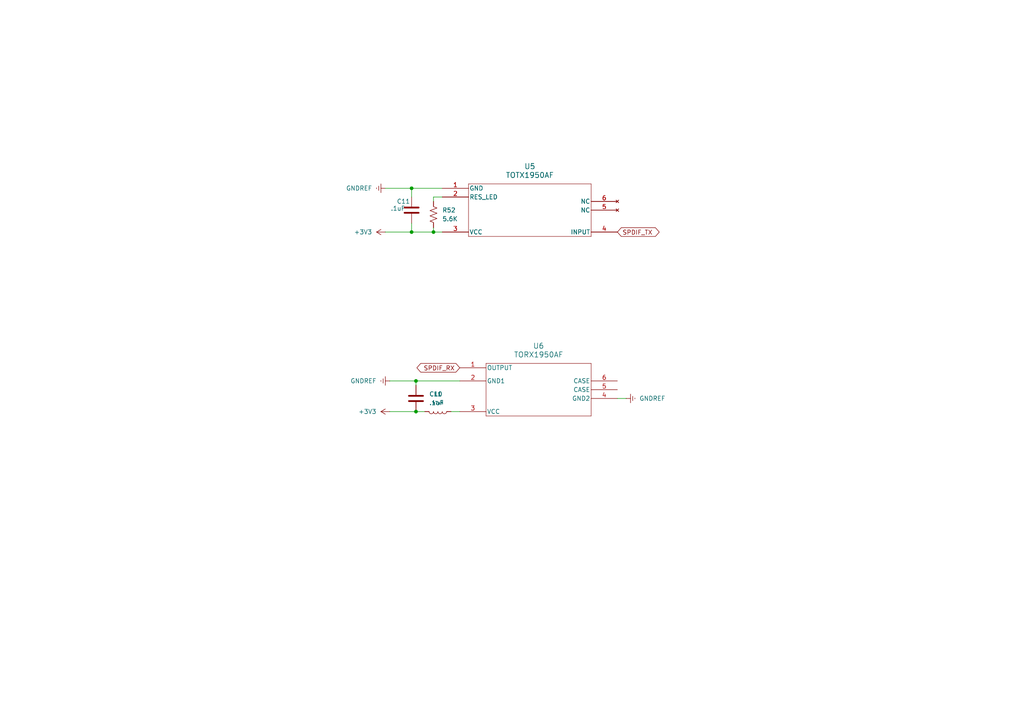
<source format=kicad_sch>
(kicad_sch (version 20231120) (generator "eeschema") (generator_version "8.0")
  (paper "A4")
  (lib_symbols
    (symbol "Device:C" (pin_numbers hide) (pin_names (offset 0.254))
      (property "Reference" "C" (at 0.635 2.54 0))
      (property "Value" "C" (at 0.635 -2.54 0))
      (symbol "C_0_1"
        (polyline (pts (xy -2.032 -0.762) (xy 2.032 -0.762)) (stroke (width 0.508)))
        (polyline (pts (xy -2.032 0.762) (xy 2.032 0.762)) (stroke (width 0.508)))
      )
      (symbol "C_1_1"
        (pin passive line (at 0 3.81 270) (length 2.794) (name "~") (number "1"))
        (pin passive line (at 0 -3.81 90) (length 2.794) (name "~") (number "2"))
      )
    )
    (symbol "Device:R_US" (pin_numbers hide) (pin_names (offset 0))
      (property "Reference" "R" (at 2.54 0 90))
      (property "Value" "R_US" (at -2.54 0 90))
      (symbol "R_US_0_1"
        (polyline (pts (xy 0 -2.286) (xy 0 -2.54)))
        (polyline (pts (xy 0 2.286) (xy 0 2.54)))
        (polyline (pts (xy 0 -0.762) (xy 1.016 -1.143) (xy 0 -1.524) (xy -1.016 -1.905) (xy 0 -2.286)))
        (polyline (pts (xy 0 0.762) (xy 1.016 0.381) (xy 0 0) (xy -1.016 -0.381) (xy 0 -0.762)))
        (polyline (pts (xy 0 2.286) (xy 1.016 1.905) (xy 0 1.524) (xy -1.016 1.143) (xy 0 0.762)))
      )
      (symbol "R_US_1_1"
        (pin passive line (at 0 3.81 270) (length 1.27) (name "~") (number "1"))
        (pin passive line (at 0 -3.81 90) (length 1.27) (name "~") (number "2"))
      )
    )
    (symbol "JLCPCB-Inductors:22uH,5mA" (pin_numbers hide) (pin_names (offset 0))
      (property "Reference" "L" (at 1.2673 0.834 0))
      (property "Value" "22uH,5mA" (at 1.2673 -1.2122 0))
      (symbol "22uH,5mA_0_1"
        (arc (start 0 -2.54) (mid 0.6323 -1.905) (end 0 -1.27))
        (arc (start 0 -1.27) (mid 0.6323 -0.635) (end 0 0))
        (arc (start 0 0) (mid 0.6323 0.635) (end 0 1.27))
        (arc (start 0 1.27) (mid 0.6323 1.905) (end 0 2.54))
      )
      (symbol "22uH,5mA_1_1"
        (pin passive line (at 0 3.81 270) (length 1.27) (name "~") (number "1"))
        (pin passive line (at 0 -3.81 90) (length 1.27) (name "~") (number "2"))
      )
    )
    (symbol "TORX1950A:TORX1950AF" (pin_names (offset 0.254))
      (property "Reference" "U6" (at 22.86 10.16 0))
      (property "Value" "TORX1950AF" (at 22.86 7.62 0))
      (symbol "TORX1950AF_0_1"
        (polyline (pts (xy 7.62 -10.16) (xy 38.1 -10.16)) (stroke (width 0.127)))
        (polyline (pts (xy 7.62 5.08) (xy 7.62 -10.16)) (stroke (width 0.127)))
        (polyline (pts (xy 38.1 -10.16) (xy 38.1 5.08)) (stroke (width 0.127)))
        (polyline (pts (xy 38.1 5.08) (xy 7.62 5.08)) (stroke (width 0.127)))
        (pin output line (at 0 3.81 0) (length 7.62) (name "OUTPUT") (number "1"))
        (pin power_out line (at 0 0 0) (length 7.62) (name "GND1") (number "2"))
        (pin power_in line (at 0 -8.89 0) (length 7.62) (name "VCC") (number "3"))
        (pin power_out line (at 45.72 -5.08 180) (length 7.62) (name "GND2") (number "4"))
        (pin power_out line (at 45.72 -2.54 180) (length 7.62) (name "CASE") (number "5"))
        (pin power_out line (at 45.72 0 180) (length 7.62) (name "CASE") (number "6"))
      )
    )
    (symbol "TOTX1950A:TOTX1950AF" (pin_names (offset 0.254))
      (property "Reference" "U5" (at 25.4 10.16 0))
      (property "Value" "TOTX1950AF" (at 25.4 7.62 0))
      (symbol "TOTX1950AF_0_1"
        (polyline (pts (xy 7.62 -10.16) (xy 43.18 -10.16)) (stroke (width 0.127)))
        (polyline (pts (xy 7.62 5.08) (xy 7.62 -10.16)) (stroke (width 0.127)))
        (polyline (pts (xy 43.18 -10.16) (xy 43.18 5.08)) (stroke (width 0.127)))
        (polyline (pts (xy 43.18 5.08) (xy 7.62 5.08)) (stroke (width 0.127)))
        (pin power_out line (at 0 3.81 0) (length 7.62) (name "GND") (number "1"))
        (pin unspecified line (at 0 1.27 0) (length 7.62) (name "RES_LED") (number "2"))
        (pin power_in line (at 0 -8.89 0) (length 7.62) (name "VCC") (number "3"))
        (pin input line (at 50.8 -8.89 180) (length 7.62) (name "INPUT") (number "4"))
        (pin no_connect line (at 50.8 -2.54 180) (length 7.62) (name "NC") (number "5"))
        (pin no_connect line (at 50.8 0 180) (length 7.62) (name "NC") (number "6"))
      )
    )
    (symbol "power:+3V3" (power) (pin_numbers hide) (pin_names (offset 0) hide)
      (property "Value" "+3V3" (at 0 3.556 0))
      (symbol "+3V3_0_1"
        (polyline (pts (xy -0.762 1.27) (xy 0 2.54)))
        (polyline (pts (xy 0 0) (xy 0 2.54)))
        (polyline (pts (xy 0 2.54) (xy 0.762 1.27)))
      )
      (symbol "+3V3_1_1"
        (pin power_in line (at 0 0 90) (length 0) (name "~") (number "1"))
      )
    )
    (symbol "power:GNDREF" (power) (pin_numbers hide) (pin_names (offset 0) hide)
      (property "Value" "GNDREF" (at 0 -3.81 0))
      (symbol "GNDREF_0_1"
        (polyline (pts (xy -0.635 -1.905) (xy 0.635 -1.905)))
        (polyline (pts (xy -0.127 -2.54) (xy 0.127 -2.54)))
        (polyline (pts (xy 0 -1.27) (xy 0 0)))
        (polyline (pts (xy 1.27 -1.27) (xy -1.27 -1.27)))
      )
      (symbol "GNDREF_1_1"
        (pin power_in line (at 0 0 270) (length 0) (name "~") (number "1"))
      )
    )
  )
  (junction (at 119.38 67.31))
  (junction (at 120.65 119.38))
  (junction (at 119.38 54.61))
  (junction (at 125.73 67.31))
  (junction (at 120.65 110.49))
  (wire (pts (xy 128.27 67.31) (xy 125.73 67.31)))
  (wire (pts (xy 120.65 119.38) (xy 123.19 119.38)))
  (wire (pts (xy 128.27 57.15) (xy 125.73 57.15)))
  (wire (pts (xy 119.38 54.61) (xy 119.38 57.15)))
  (wire (pts (xy 128.27 54.61) (xy 119.38 54.61)))
  (wire (pts (xy 111.76 67.31) (xy 119.38 67.31)))
  (wire (pts (xy 125.73 66.04) (xy 125.73 67.31)))
  (wire (pts (xy 111.76 54.61) (xy 119.38 54.61)))
  (wire (pts (xy 113.03 110.49) (xy 120.65 110.49)))
  (wire (pts (xy 130.81 119.38) (xy 133.35 119.38)))
  (wire (pts (xy 125.73 67.31) (xy 119.38 67.31)))
  (wire (pts (xy 179.07 115.57) (xy 181.61 115.57)))
  (wire (pts (xy 113.03 119.38) (xy 120.65 119.38)))
  (wire (pts (xy 120.65 111.76) (xy 120.65 110.49)))
  (wire (pts (xy 120.65 110.49) (xy 133.35 110.49)))
  (wire (pts (xy 119.38 67.31) (xy 119.38 64.77)))
  (wire (pts (xy 125.73 57.15) (xy 125.73 58.42)))
  (global_label "SPDIF_RX" (shape bidirectional) (at 133.35 106.68 180) (property "Intersheetrefs" "${INTERSHEET_REFS}" (effects (hide yes))))
  (global_label "SPDIF_TX" (shape bidirectional) (at 179.07 67.31 0) (property "Intersheetrefs" "${INTERSHEET_REFS}" (effects (hide yes))))
  (symbol (lib_id "power:GNDREF") (at 111.76 54.61 270) (unit 1)
    (property "Reference" "#PWR0133" (effects (hide yes)))
    (property "Value" "GNDREF" (at 107.95 54.6099 90) (effects (justify right)))
    (property "Description" "Power symbol creates a global label with name \"GNDREF\" , reference supply ground" (effects (hide yes)))
  )
  (symbol (lib_id "TOTX1950A:TOTX1950AF") (at 128.27 58.42 0) (unit 1)
    (property "Reference" "U5" (at 153.67 48.26 0) (effects (font (size 1.524 1.524))))
    (property "Value" "TOTX1950AF" (at 153.67 50.8 0) (effects (font (size 1.524 1.524))))
    (property "Footprint" "footprints:TOTX1950AF_TOS" (effects (hide yes)))
    (property "Datasheet" "TOTX1950AF" (effects (hide yes)))
    (property "LCSC PN" "mouser" (effects (hide yes)))
  )
  (symbol (lib_id "TORX1950A:TORX1950AF") (at 133.35 110.49 0) (unit 1)
    (property "Reference" "U6" (at 156.21 100.33 0) (effects (font (size 1.524 1.524))))
    (property "Value" "TORX1950AF" (at 156.21 102.87 0) (effects (font (size 1.524 1.524))))
    (property "Footprint" "footprints:TORX1950AF_TOS" (effects (hide yes)))
    (property "Datasheet" "TORX1950AF" (effects (hide yes)))
    (property "LCSC PN" "mouser" (effects (hide yes)))
  )
  (symbol (lib_id "Device:C") (at 119.38 60.96 0) (unit 1)
    (property "Reference" "C11" (at 115.062 58.42 0) (effects (justify left)))
    (property "Value" ".1uF" (at 113.284 60.452 0) (effects (justify left)))
    (property "Footprint" "footprints:C_0402" (effects (hide yes)))
    (property "Description" "Unpolarized capacitor" (effects (hide yes)))
    (property "LCSC PN" "c1525" (effects (hide yes)))
  )
  (symbol (lib_id "Device:C") (at 120.65 115.57 0) (unit 1)
    (property "Reference" "C10" (at 124.46 114.2999 0) (effects (justify left)))
    (property "Value" ".1uF" (at 124.46 116.8399 0) (effects (justify left)))
    (property "Footprint" "footprints:C_0402" (effects (hide yes)))
    (property "Description" "Unpolarized capacitor" (effects (hide yes)))
    (property "LCSC PN" "c1525" (effects (hide yes)))
  )
  (symbol (lib_id "power:+3V3") (at 113.03 119.38 90) (unit 1)
    (property "Reference" "#PWR0135" (effects (hide yes)))
    (property "Value" "+3V3" (at 109.22 119.3799 90) (effects (justify left)))
    (property "Description" "Power symbol creates a global label with name \"+3V3\"" (effects (hide yes)))
  )
  (symbol (lib_id "power:+3V3") (at 111.76 67.31 90) (unit 1)
    (property "Reference" "#PWR0134" (effects (hide yes)))
    (property "Value" "+3V3" (at 107.95 67.3099 90) (effects (justify left)))
    (property "Description" "Power symbol creates a global label with name \"+3V3\"" (effects (hide yes)))
  )
  (symbol (lib_id "power:GNDREF") (at 113.03 110.49 270) (unit 1)
    (property "Reference" "#PWR039" (effects (hide yes)))
    (property "Value" "GNDREF" (at 109.22 110.4899 90) (effects (justify right)))
    (property "Description" "Power symbol creates a global label with name \"GNDREF\" , reference supply ground" (effects (hide yes)))
  )
  (symbol (lib_id "JLCPCB-Inductors:22uH,5mA") (at 127 119.38 270) (unit 1)
    (property "Reference" "L1" (at 127 114.3 90))
    (property "Value" "47uH" (at 127 116.84 90) (effects (font (size 0.8 0.8))))
    (property "Footprint" "footprints:IND_TAIYO_CBC2012_TAY" (effects (hide yes)))
    (property "Datasheet" "https://www.lcsc.com/datasheet/lcsc_datasheet_2310301641_Sunlord-SDFL2012T220KTF_C32375.pdf" (effects (hide yes)))
    (property "Description" "5mA 22uH ±10% 1.1Ω 0805 Inductors (SMD) ROHS" (effects (hide yes)))
    (property "LCSC" "C32375" (effects (hide yes)))
    (property "Stock" "21646" (effects (hide yes)))
    (property "Price" "0.028USD" (effects (hide yes)))
    (property "Process" "SMT" (effects (hide yes)))
    (property "Minimum Qty" "20" (effects (hide yes)))
    (property "Attrition Qty" "8" (effects (hide yes)))
    (property "Class" "Preferred Component" (effects (hide yes)))
    (property "Category" "Inductors/Coils/Transformers,Inductors (SMD)" (effects (hide yes)))
    (property "Manufacturer" "Sunlord" (effects (hide yes)))
    (property "Part" "SDFL2012T220KTF" (effects (hide yes)))
    (property "Inductance" "22uH" (effects (hide yes)))
    (property "Tolerance" "±10%" (effects (hide yes)))
    (property "Rated Current" "5mA" (effects (hide yes)))
    (property "DC Resistance (DCR)" "1.1Ω" (effects (hide yes)))
    (property "LCSC PN" "C223186" (effects (hide yes)))
  )
  (symbol (lib_id "Device:R_US") (at 125.73 62.23 0) (unit 1)
    (property "Reference" "R52" (at 128.27 60.9599 0) (effects (justify left)))
    (property "Value" "5.6K" (at 128.27 63.4999 0) (effects (justify left)))
    (property "Footprint" "footprints:R_0402" (effects (hide yes)))
    (property "Description" "Resistor, US symbol" (effects (hide yes)))
    (property "LCSC PN" "C163457" (effects (hide yes)))
  )
  (symbol (lib_id "power:GNDREF") (at 181.61 115.57 90) (unit 1)
    (property "Reference" "#PWR038" (effects (hide yes)))
    (property "Value" "GNDREF" (at 185.42 115.5699 90) (effects (justify right)))
    (property "Description" "Power symbol creates a global label with name \"GNDREF\" , reference supply ground" (effects (hide yes)))
  )
)
</source>
